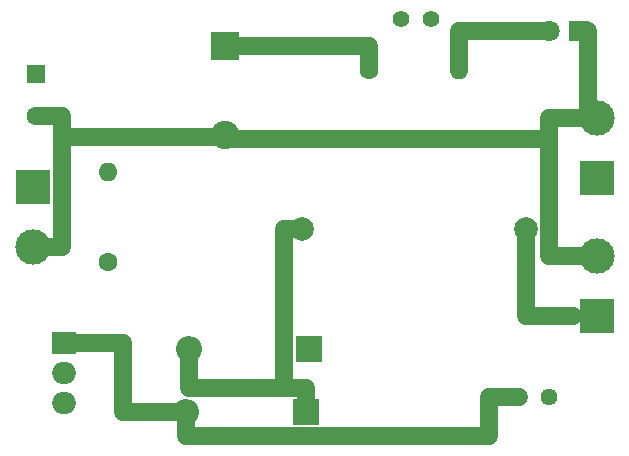
<source format=gbr>
%TF.GenerationSoftware,KiCad,Pcbnew,7.0.1*%
%TF.CreationDate,2023-10-09T09:12:30+02:00*%
%TF.ProjectId,ULN_PowerSupply_v2_0,554c4e5f-506f-4776-9572-537570706c79,rev?*%
%TF.SameCoordinates,Original*%
%TF.FileFunction,Copper,L1,Top*%
%TF.FilePolarity,Positive*%
%FSLAX46Y46*%
G04 Gerber Fmt 4.6, Leading zero omitted, Abs format (unit mm)*
G04 Created by KiCad (PCBNEW 7.0.1) date 2023-10-09 09:12:30*
%MOMM*%
%LPD*%
G01*
G04 APERTURE LIST*
%TA.AperFunction,ComponentPad*%
%ADD10R,2.200000X2.200000*%
%TD*%
%TA.AperFunction,ComponentPad*%
%ADD11O,2.200000X2.200000*%
%TD*%
%TA.AperFunction,ComponentPad*%
%ADD12C,1.400000*%
%TD*%
%TA.AperFunction,ComponentPad*%
%ADD13R,3.000000X3.000000*%
%TD*%
%TA.AperFunction,ComponentPad*%
%ADD14C,3.000000*%
%TD*%
%TA.AperFunction,ComponentPad*%
%ADD15C,1.440000*%
%TD*%
%TA.AperFunction,ComponentPad*%
%ADD16R,2.400000X2.400000*%
%TD*%
%TA.AperFunction,ComponentPad*%
%ADD17C,2.400000*%
%TD*%
%TA.AperFunction,ComponentPad*%
%ADD18R,1.600000X1.600000*%
%TD*%
%TA.AperFunction,ComponentPad*%
%ADD19C,1.600000*%
%TD*%
%TA.AperFunction,ComponentPad*%
%ADD20R,2.000000X1.905000*%
%TD*%
%TA.AperFunction,ComponentPad*%
%ADD21O,2.000000X1.905000*%
%TD*%
%TA.AperFunction,ComponentPad*%
%ADD22C,2.000000*%
%TD*%
%TA.AperFunction,ComponentPad*%
%ADD23O,1.600000X1.600000*%
%TD*%
%TA.AperFunction,ComponentPad*%
%ADD24R,1.800000X1.800000*%
%TD*%
%TA.AperFunction,ComponentPad*%
%ADD25C,1.800000*%
%TD*%
%TA.AperFunction,Conductor*%
%ADD26C,1.500000*%
%TD*%
%TA.AperFunction,Conductor*%
%ADD27C,0.250000*%
%TD*%
G04 APERTURE END LIST*
D10*
%TO.P,D2,1,K*%
%TO.N,Net-(D2-K)*%
X153670000Y-115062000D03*
D11*
%TO.P,D2,2,A*%
%TO.N,Net-(D2-A)*%
X143510000Y-115062000D03*
%TD*%
D12*
%TO.P,J5,1,Pin_1*%
%TO.N,Net-(J2-Pin_1)*%
X164064000Y-87122000D03*
%TO.P,J5,2,Pin_2*%
%TO.N,Net-(D2-A)*%
X161524000Y-87122000D03*
%TD*%
D13*
%TO.P,J3,1,Pin_1*%
%TO.N,Net-(J2-Pin_1)*%
X178054000Y-112268000D03*
D14*
%TO.P,J3,2,Pin_2*%
%TO.N,GND*%
X178054000Y-107188000D03*
%TD*%
D15*
%TO.P,Vout reg,1,1*%
%TO.N,Net-(D3-A)*%
X168900000Y-119126000D03*
%TO.P,Vout reg,2,2*%
X171440000Y-119126000D03*
%TO.P,Vout reg,3,3*%
%TO.N,GND*%
X173980000Y-119126000D03*
%TD*%
D16*
%TO.P,C2,1*%
%TO.N,Net-(J2-Pin_1)*%
X146558000Y-89451200D03*
D17*
%TO.P,C2,2*%
%TO.N,GND*%
X146558000Y-96951200D03*
%TD*%
D18*
%TO.P,C1,1*%
%TO.N,Net-(D2-K)*%
X130556000Y-91819300D03*
D19*
%TO.P,C1,2*%
%TO.N,GND*%
X130556000Y-95319300D03*
%TD*%
D20*
%TO.P,U1,1,ADJ*%
%TO.N,Net-(D3-A)*%
X132913000Y-114554000D03*
D21*
%TO.P,U1,2,VO*%
%TO.N,Net-(D2-A)*%
X132913000Y-117094000D03*
%TO.P,U1,3,VI*%
%TO.N,Net-(D2-K)*%
X132913000Y-119634000D03*
%TD*%
D22*
%TO.P,L1,1,1*%
%TO.N,Net-(D2-A)*%
X153060000Y-104902000D03*
%TO.P,L1,2,2*%
%TO.N,Net-(J2-Pin_1)*%
X172060000Y-104902000D03*
%TD*%
D19*
%TO.P,Rled1,1*%
%TO.N,Net-(J2-Pin_1)*%
X158750000Y-91440000D03*
D23*
%TO.P,Rled1,2*%
%TO.N,Net-(D1-A)*%
X166370000Y-91440000D03*
%TD*%
D13*
%TO.P,J1,1,Pin_1*%
%TO.N,Net-(D2-K)*%
X130302000Y-101346000D03*
D14*
%TO.P,J1,2,Pin_2*%
%TO.N,GND*%
X130302000Y-106426000D03*
%TD*%
D19*
%TO.P,R1,1*%
%TO.N,Net-(D2-A)*%
X136652000Y-107696000D03*
D23*
%TO.P,R1,2*%
%TO.N,Net-(D3-A)*%
X136652000Y-100076000D03*
%TD*%
D24*
%TO.P,D1,1,K*%
%TO.N,GND*%
X176535000Y-88138000D03*
D25*
%TO.P,D1,2,A*%
%TO.N,Net-(D1-A)*%
X173995000Y-88138000D03*
%TD*%
D10*
%TO.P,D3,1,K*%
%TO.N,Net-(D2-A)*%
X153416000Y-120396000D03*
D11*
%TO.P,D3,2,A*%
%TO.N,Net-(D3-A)*%
X143256000Y-120396000D03*
%TD*%
D13*
%TO.P,J2,1,Pin_1*%
%TO.N,Net-(J2-Pin_1)*%
X178054000Y-100584000D03*
D14*
%TO.P,J2,2,Pin_2*%
%TO.N,GND*%
X178054000Y-95504000D03*
%TD*%
D26*
%TO.N,Net-(D2-A)*%
X151619600Y-104902000D02*
X151619600Y-118345600D01*
X153416000Y-120396000D02*
X153416000Y-118345600D01*
X153060000Y-104902000D02*
X151619600Y-104902000D01*
X151619600Y-118345600D02*
X143510000Y-118345600D01*
X143510000Y-118345600D02*
X143510000Y-115062000D01*
X153416000Y-118345600D02*
X151619600Y-118345600D01*
%TO.N,GND*%
X174010400Y-97336000D02*
X146558000Y-97336000D01*
X174010400Y-107188000D02*
X174010400Y-97336000D01*
X146558000Y-97336000D02*
X146558000Y-97143600D01*
X130556000Y-95319300D02*
X132799400Y-95319300D01*
X132799400Y-97143600D02*
X132799400Y-106426000D01*
X177304200Y-88138000D02*
X177304200Y-95504000D01*
X132799400Y-95319300D02*
X132799400Y-97143600D01*
X174010400Y-95504000D02*
X174010400Y-97336000D01*
X146558000Y-97143600D02*
X146558000Y-96951200D01*
X178054000Y-107188000D02*
X174010400Y-107188000D01*
X178054000Y-95504000D02*
X177304200Y-95504000D01*
X177304200Y-95504000D02*
X174010400Y-95504000D01*
X132799400Y-106426000D02*
X130302000Y-106426000D01*
X176535000Y-88138000D02*
X177304200Y-88138000D01*
X146558000Y-97143600D02*
X132799400Y-97143600D01*
D27*
%TO.N,Net-(J2-Pin_1)*%
X178054000Y-112268000D02*
X176022000Y-112268000D01*
D26*
X158750000Y-89451200D02*
X158750000Y-91440000D01*
X176022000Y-112268000D02*
X172060000Y-112268000D01*
X146558000Y-89451200D02*
X158750000Y-89451200D01*
X172060000Y-112268000D02*
X172060000Y-104902000D01*
%TO.N,Net-(D1-A)*%
X166370000Y-88138000D02*
X166370000Y-91440000D01*
X173995000Y-88138000D02*
X166370000Y-88138000D01*
%TO.N,Net-(D3-A)*%
X171440000Y-119126000D02*
X168900000Y-119126000D01*
X132913000Y-114554000D02*
X137913500Y-114554000D01*
X168900000Y-122465000D02*
X168900000Y-119126000D01*
X137913500Y-114554000D02*
X137913500Y-120396000D01*
X143256000Y-120396000D02*
X143256000Y-122465000D01*
X137913500Y-120396000D02*
X143256000Y-120396000D01*
X143256000Y-122465000D02*
X168900000Y-122465000D01*
%TD*%
M02*

</source>
